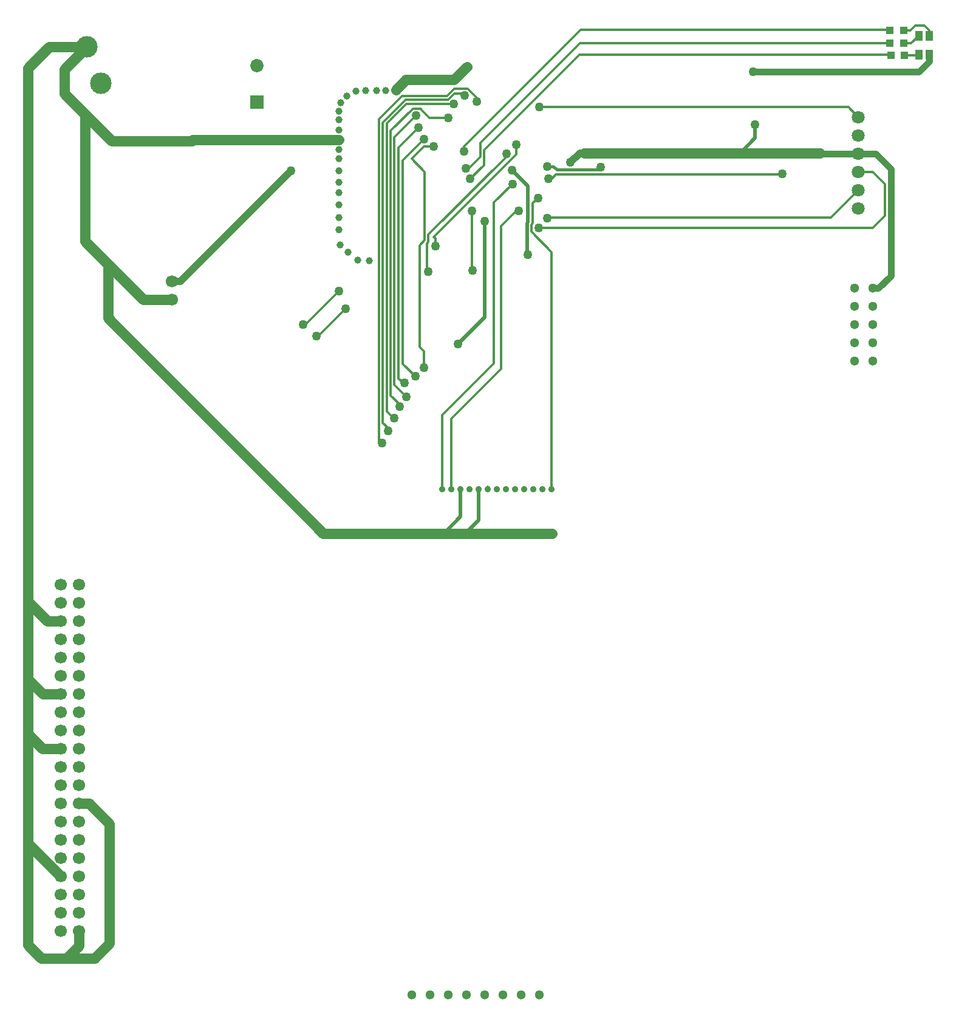
<source format=gbl>
%FSLAX44Y44*%
%MOMM*%
G71*
G01*
G75*
G04 Layer_Physical_Order=2*
G04 Layer_Color=16711680*
%ADD10R,1.0000X1.0000*%
%ADD11R,1.0000X1.0000*%
%ADD12R,0.5500X1.5000*%
%ADD13R,1.5000X0.5500*%
%ADD14R,2.0000X5.5000*%
%ADD15R,0.7600X1.7800*%
%ADD16R,0.7200X1.7800*%
%ADD17R,4.3000X2.6000*%
%ADD18R,5.7000X5.5000*%
%ADD19C,0.9000*%
%ADD20C,2.0000*%
%ADD21C,1.4000*%
%ADD22C,0.5000*%
%ADD23C,0.3000*%
%ADD24C,0.5400*%
%ADD25C,1.0000*%
%ADD26C,0.4000*%
%ADD27C,0.2540*%
%ADD28R,1.8500X1.8500*%
%ADD29C,1.8500*%
%ADD30C,1.8000*%
%ADD31C,0.9000*%
%ADD32C,1.3000*%
%ADD33C,1.7000*%
%ADD34C,3.0000*%
%ADD35C,1.2700*%
%ADD36C,1.0000*%
%ADD37R,1.0000X1.4000*%
D11*
X1228000Y1389000D02*
D03*
X1247000D02*
D03*
X1228000Y1371000D02*
D03*
X1247000D02*
D03*
X1229000Y1354000D02*
D03*
X1248000D02*
D03*
D19*
X1184000Y1217200D02*
X1207800D01*
X1229000Y1196000D01*
Y1047000D02*
Y1196000D01*
X1211700Y1029700D02*
X1229000Y1047000D01*
X1204150Y1029700D02*
X1211700D01*
X1283000Y1345808D02*
Y1355000D01*
X1268192Y1331000D02*
X1283000Y1345808D01*
X1037000Y1331000D02*
X1268192D01*
X1132200Y1217200D02*
X1184000D01*
D21*
X438000Y688000D02*
X626000D01*
X727000D01*
X756500D01*
X72100Y209900D02*
X72300D01*
X138000Y988000D02*
X438000Y688000D01*
X138000Y1063000D02*
X187400Y1013600D01*
X106000Y1095000D02*
X138000Y1063000D01*
Y988000D02*
Y1063000D01*
X106000Y1272000D02*
X143000Y1235000D01*
X77000Y1301000D02*
X106000Y1272000D01*
Y1095000D02*
Y1272000D01*
X179000Y1235000D02*
X255000D01*
X143000D02*
X179000D01*
X77000Y1301000D02*
Y1335000D01*
X108000Y1366000D01*
X26000Y593000D02*
Y1336000D01*
Y485000D02*
Y593000D01*
X53500Y565500D02*
X72300D01*
X26000Y593000D02*
X53500Y565500D01*
X26000Y408000D02*
Y485000D01*
Y115000D02*
Y408000D01*
X46300Y387700D02*
X72300D01*
X26000Y408000D02*
X46300Y387700D01*
X47100Y463900D02*
X72300D01*
X26000Y485000D02*
X47100Y463900D01*
X26200Y256000D02*
X72300Y209900D01*
X80000Y96000D02*
X119000D01*
X45000D02*
X80000D01*
X97700Y113700D01*
Y133700D01*
Y311500D02*
X111500D01*
X140000Y283000D01*
Y117000D02*
Y283000D01*
X119000Y96000D02*
X140000Y117000D01*
X26000Y115000D02*
X45000Y96000D01*
X26000Y1336000D02*
X56000Y1366000D01*
X108000D01*
X187400Y1013600D02*
X227000D01*
X539000Y1306000D02*
X553000Y1320000D01*
X256000Y1236000D02*
X460000D01*
X553000Y1320000D02*
X620000D01*
X638000Y1338000D01*
X802000Y1218000D02*
X1130000D01*
D22*
X663000Y989000D02*
Y1123000D01*
X626000Y952000D02*
X663000Y989000D01*
X722150Y1076850D02*
Y1120565D01*
Y1076850D02*
X723000Y1076000D01*
Y1121415D02*
Y1172000D01*
X722150Y1120565D02*
X723000Y1121415D01*
X667000Y752000D02*
X669000Y750000D01*
X607000Y689000D02*
X629200Y711200D01*
Y750000D01*
X640000Y691800D02*
X654600Y706400D01*
Y750000D01*
X645000Y1055000D02*
X646000Y1054000D01*
X701000Y1194000D02*
X723000Y1172000D01*
X1019000Y1218000D02*
X1040000Y1239000D01*
Y1258000D01*
D23*
X543000Y904000D02*
X551000Y896000D01*
Y898000D01*
X728150Y1108150D02*
X756200Y1080100D01*
X1204000Y1114000D02*
X1221000Y1131000D01*
X728150Y1108150D02*
Y1118080D01*
X730150Y1120080D02*
Y1148150D01*
X728150Y1118080D02*
X730150Y1120080D01*
X738000Y1114000D02*
X1204000D01*
X707000Y1137000D02*
X710000D01*
X686000Y1116000D02*
X707000Y1137000D01*
X609999Y1297000D02*
X620849Y1307850D01*
X629080Y1300850D02*
X635000Y1294930D01*
X639080Y1307850D02*
X656466Y1290464D01*
X620849Y1307850D02*
X639080D01*
X656466Y1288464D02*
Y1290464D01*
X635000Y1294930D02*
Y1298000D01*
X616500Y750000D02*
Y847500D01*
X686000Y917000D01*
X603800Y750000D02*
Y852800D01*
X676000Y925000D01*
X516000Y814000D02*
Y1265000D01*
Y814000D02*
X520000D01*
X527999Y830998D02*
X527999Y830998D01*
X527999Y830998D02*
Y835001D01*
X521000Y842000D02*
X527999Y835001D01*
X536002Y848998D02*
X536999D01*
X527000Y858000D02*
X536002Y848998D01*
X543999Y864998D02*
Y868001D01*
X532000Y880000D02*
X543999Y868001D01*
X532000Y880000D02*
Y1248930D01*
X562920Y1279850D01*
X527000Y858000D02*
Y1259000D01*
X537000Y1240000D02*
X567000Y1270000D01*
X573500Y1279500D02*
X586000Y1267000D01*
X554000Y1286000D02*
X620000D01*
X527000Y1259000D02*
X554000Y1286000D01*
X573500Y1279500D02*
X573850Y1279850D01*
X562920D02*
X573850D01*
X521000Y842000D02*
Y1260071D01*
X537000Y895000D02*
Y1240000D01*
X543000Y1225000D02*
X571000Y1253000D01*
X543000Y904000D02*
Y1225000D01*
X549000Y924000D02*
X566000Y907000D01*
X549000Y924000D02*
Y1207700D01*
X578150Y1236850D01*
X572500Y1089479D02*
X579500Y1096479D01*
X572500Y947408D02*
Y1089479D01*
X561100Y1210100D02*
X579500Y1191700D01*
Y1096479D02*
Y1191700D01*
X582150Y1054850D02*
Y1092058D01*
X572500Y947408D02*
X578000Y941908D01*
Y919000D02*
Y941908D01*
X593999Y1087998D02*
Y1099001D01*
X592000Y1101000D02*
X593999Y1099001D01*
X584500Y1104500D02*
X693000Y1213000D01*
X584500Y1094408D02*
Y1104500D01*
X582150Y1092058D02*
X584500Y1094408D01*
X428000Y963000D02*
X431000D01*
X469000Y1001000D01*
X410000Y979000D02*
X413000D01*
X460000Y1026000D01*
X582150Y1054850D02*
X584000Y1053000D01*
X592000Y1101000D02*
X707000Y1216000D01*
X795000Y1355000D02*
X1229000D01*
X662000Y1222000D02*
X795000Y1355000D01*
X797000Y1390000D02*
X1228000D01*
X634000Y1227000D02*
X797000Y1390000D01*
X1267000Y1354000D02*
X1268000Y1355000D01*
X1248000Y1354000D02*
X1267000D01*
X1257600Y1371000D02*
X1268000Y1381400D01*
X1247000Y1371000D02*
X1257600D01*
X1283000Y1381400D02*
Y1389000D01*
X1276000Y1396000D02*
X1283000Y1389000D01*
X1263000Y1396000D02*
X1276000D01*
X1256000Y1389000D02*
X1263000Y1396000D01*
X1247000Y1389000D02*
X1256000D01*
X657000Y1232000D02*
X796000Y1371000D01*
X1228000D01*
X707000Y1216000D02*
Y1230000D01*
X756200Y750000D02*
Y1080100D01*
X686000Y917000D02*
Y1116000D01*
X645000Y1055000D02*
Y1137000D01*
X516000Y1265000D02*
X548000Y1297000D01*
X609999D01*
X521000Y1260071D02*
X552929Y1292000D01*
X612070D01*
X620920Y1300850D01*
X629080D01*
X586000Y1267000D02*
X612000D01*
X578000Y1227000D02*
X592000D01*
X561100Y1210100D02*
X578000Y1227000D01*
X749998Y1126998D02*
X751001Y1128000D01*
X1184000Y1191800D02*
X1204200D01*
X1221000Y1175000D01*
Y1131000D02*
Y1175000D01*
X751001Y1128000D02*
X1145600D01*
X1184000Y1166400D01*
X737000Y1155000D02*
Y1155995D01*
X730150Y1148150D02*
X737000Y1155000D01*
X693000Y1213000D02*
Y1217000D01*
X676000Y925000D02*
Y1149000D01*
X702000Y1175000D01*
X643000Y1182000D02*
X662000Y1201000D01*
X739000Y1282000D02*
X1170000D01*
X1184000Y1268000D01*
X662000Y1201000D02*
Y1222000D01*
X637000Y1197000D02*
X641000D01*
X657000Y1213000D01*
Y1232000D01*
X634000Y1220000D02*
Y1227000D01*
X752000Y1182000D02*
X754000Y1180000D01*
X1077150Y1188150D02*
X1078000Y1189000D01*
X762150Y1188150D02*
X1077150D01*
X754000Y1180000D02*
X762150Y1188150D01*
X537000Y895000D02*
X554000Y878000D01*
D25*
X782500Y1205000D02*
X795500Y1218000D01*
X239000Y1039000D02*
X393000Y1193000D01*
X227000Y1039000D02*
X239000D01*
D26*
X750000Y1199000D02*
X759000D01*
X763350Y1194650D01*
X821650D01*
X825000Y1198000D01*
D28*
X345000Y1288600D02*
D03*
D29*
Y1339400D02*
D03*
D30*
X1184000Y1268000D02*
D03*
Y1242600D02*
D03*
Y1217200D02*
D03*
Y1191800D02*
D03*
Y1166400D02*
D03*
Y1141000D02*
D03*
D31*
X756200Y750000D02*
D03*
X730800D02*
D03*
X743500D02*
D03*
X718100D02*
D03*
X705400D02*
D03*
X692700D02*
D03*
X680000D02*
D03*
X667300D02*
D03*
X654600D02*
D03*
X641900D02*
D03*
X629200D02*
D03*
X616500D02*
D03*
X603800D02*
D03*
D32*
X586500Y45000D02*
D03*
X688100D02*
D03*
X662700D02*
D03*
X561100D02*
D03*
X611900D02*
D03*
X637300D02*
D03*
X713500D02*
D03*
X738900D02*
D03*
X1178750Y953500D02*
D03*
X1204150D02*
D03*
X1178750Y978900D02*
D03*
X1204150D02*
D03*
Y1004300D02*
D03*
X1178750D02*
D03*
X1204150Y1029700D02*
D03*
X1178750D02*
D03*
X1204150Y928100D02*
D03*
X1178750D02*
D03*
D33*
X97700Y616300D02*
D03*
X72300D02*
D03*
Y590900D02*
D03*
X97700D02*
D03*
X72300Y565500D02*
D03*
X97700D02*
D03*
X72300Y540100D02*
D03*
X97700D02*
D03*
X72300Y514700D02*
D03*
X97700D02*
D03*
X72300Y489300D02*
D03*
X97700D02*
D03*
X72300Y463900D02*
D03*
X97700D02*
D03*
X72300Y438500D02*
D03*
X97700D02*
D03*
X72300Y413100D02*
D03*
X97700D02*
D03*
Y387700D02*
D03*
X72300D02*
D03*
X97700Y362300D02*
D03*
X72300D02*
D03*
X97700Y336900D02*
D03*
X72300D02*
D03*
X97700Y311500D02*
D03*
X72300D02*
D03*
X97700Y286100D02*
D03*
X72300D02*
D03*
X97700Y260700D02*
D03*
X72300D02*
D03*
X97700Y235300D02*
D03*
X72300D02*
D03*
X97700Y209900D02*
D03*
X72300D02*
D03*
X97700Y184500D02*
D03*
X72300D02*
D03*
X97700Y159100D02*
D03*
X72300D02*
D03*
X97700Y133700D02*
D03*
X72300D02*
D03*
X227000Y1013600D02*
D03*
Y1039000D02*
D03*
D34*
X108000Y1366000D02*
D03*
X128000Y1315000D02*
D03*
D35*
X748000Y688000D02*
D03*
X707000D02*
D03*
X690000D02*
D03*
X672000D02*
D03*
X655000D02*
D03*
X551000Y898000D02*
D03*
X663000Y1123000D02*
D03*
X738000Y1114000D02*
D03*
X710000Y1137000D02*
D03*
X620000Y1286000D02*
D03*
X652000Y1290000D02*
D03*
X635000Y1298000D02*
D03*
X626000Y952000D02*
D03*
X727000Y688000D02*
D03*
X782500Y1205000D02*
D03*
X626000Y688000D02*
D03*
X520000Y814000D02*
D03*
X527999Y830998D02*
D03*
X536999Y848998D02*
D03*
X543999Y864998D02*
D03*
X567000Y1270000D02*
D03*
X566000Y907000D02*
D03*
X593999Y1087998D02*
D03*
X578000Y919000D02*
D03*
X428000Y963000D02*
D03*
X410000Y979000D02*
D03*
X179000Y1235000D02*
D03*
X469000Y1001000D02*
D03*
X460000Y1026000D02*
D03*
X584000Y1053000D02*
D03*
X1037000Y1331000D02*
D03*
X707000Y1230000D02*
D03*
X393000Y1193000D02*
D03*
X702000Y1175000D02*
D03*
X646000Y1054000D02*
D03*
X645000Y1137000D02*
D03*
X612000Y1267000D02*
D03*
X571000Y1253000D02*
D03*
X578150Y1236850D02*
D03*
X592000Y1227000D02*
D03*
X256000Y1236000D02*
D03*
X638000Y1338000D02*
D03*
X1040000Y1258000D02*
D03*
X723000Y1076000D02*
D03*
X701000Y1194000D02*
D03*
X749998Y1126998D02*
D03*
X737000Y1155000D02*
D03*
X750000Y1199000D02*
D03*
X752000Y1182000D02*
D03*
X825000Y1198000D02*
D03*
X693000Y1217000D02*
D03*
X643000Y1182000D02*
D03*
X739000Y1282000D02*
D03*
X637000Y1197000D02*
D03*
X634000Y1220000D02*
D03*
X1078000Y1189000D02*
D03*
X554000Y878000D02*
D03*
D36*
X460000Y1111000D02*
D03*
Y1163000D02*
D03*
Y1128000D02*
D03*
Y1146000D02*
D03*
Y1193000D02*
D03*
X486000Y1069000D02*
D03*
X472000Y1080000D02*
D03*
X502000Y1068000D02*
D03*
X460000Y1223000D02*
D03*
Y1237000D02*
D03*
Y1250000D02*
D03*
Y1264000D02*
D03*
X483000Y1304000D02*
D03*
X539000Y1306000D02*
D03*
X471000Y1297000D02*
D03*
X460000Y1210000D02*
D03*
Y1177000D02*
D03*
X461000Y1090000D02*
D03*
X462000Y1288000D02*
D03*
X460000Y1276000D02*
D03*
X525000Y1305000D02*
D03*
X512500Y1305000D02*
D03*
X497000Y1305000D02*
D03*
D37*
X1268000Y1355000D02*
D03*
X1283000D02*
D03*
Y1381400D02*
D03*
X1268000D02*
D03*
M02*

</source>
